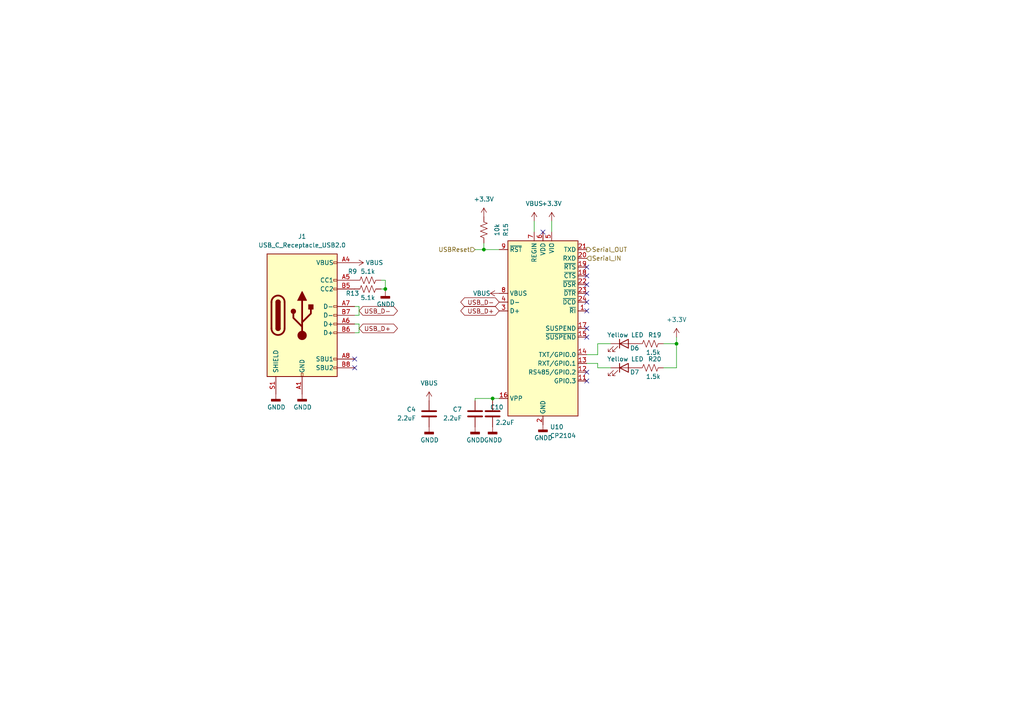
<source format=kicad_sch>
(kicad_sch (version 20211123) (generator eeschema)
  (paper "A4")
  (lib_symbols
    (symbol "Connector:USB_C_Receptacle_USB2.0" (pin_names (offset 1.016))
      (property "Reference" "J" (at -10.16 19.05 0))
      (property "Value" "USB_C_Receptacle_USB2.0" (at 19.05 19.05 0))
      (symbol "USB_C_Receptacle_USB2.0_0_0"
        (rectangle (start -0.254 -17.78) (end 0.254 -16.764))
        (rectangle (start 10.16 -14.986) (end 9.144 -15.494))
        (rectangle (start 10.16 -12.446) (end 9.144 -12.954))
        (rectangle (start 10.16 -4.826) (end 9.144 -5.334))
        (rectangle (start 10.16 -2.286) (end 9.144 -2.794))
        (rectangle (start 10.16 0.254) (end 9.144 -0.254))
        (rectangle (start 10.16 2.794) (end 9.144 2.286))
        (rectangle (start 10.16 7.874) (end 9.144 7.366))
        (rectangle (start 10.16 10.414) (end 9.144 9.906))
        (rectangle (start 10.16 15.494) (end 9.144 14.986))
      )
      (symbol "USB_C_Receptacle_USB2.0_0_1"
        (rectangle (start -10.16 17.78) (end 10.16 -17.78) (stroke (width 0.254)) (fill (type background)))
        (arc (start -8.89 -3.81) (mid -6.985 -5.715) (end -5.08 -3.81) (stroke (width 0.508)))
        (arc (start -7.62 -3.81) (mid -6.985 -4.445) (end -6.35 -3.81) (stroke (width 0.254)))
        (arc (start -7.62 -3.81) (mid -6.985 -4.445) (end -6.35 -3.81) (stroke (width 0.254)) (fill (type outline)))
        (rectangle (start -7.62 -3.81) (end -6.35 3.81) (stroke (width 0.254)) (fill (type outline)))
        (arc (start -6.35 3.81) (mid -6.985 4.445) (end -7.62 3.81) (stroke (width 0.254)))
        (arc (start -6.35 3.81) (mid -6.985 4.445) (end -7.62 3.81) (stroke (width 0.254)) (fill (type outline)))
        (arc (start -5.08 3.81) (mid -6.985 5.715) (end -8.89 3.81) (stroke (width 0.508)))
        (circle (center -2.54 1.143) (radius 0.635) (stroke (width 0.254)) (fill (type outline)))
        (circle (center 0 -5.842) (radius 1.27) (fill (type outline)))
        (polyline (pts (xy -8.89 -3.81) (xy -8.89 3.81)) (stroke (width 0.508)))
        (polyline (pts (xy -5.08 3.81) (xy -5.08 -3.81)) (stroke (width 0.508)))
        (polyline (pts (xy 0 -5.842) (xy 0 4.318)) (stroke (width 0.508)))
        (polyline (pts (xy 0 -3.302) (xy -2.54 -0.762) (xy -2.54 0.508)) (stroke (width 0.508)))
        (polyline (pts (xy 0 -2.032) (xy 2.54 0.508) (xy 2.54 1.778)) (stroke (width 0.508)))
        (polyline (pts (xy -1.27 4.318) (xy 0 6.858) (xy 1.27 4.318) (xy -1.27 4.318)) (stroke (width 0.254)) (fill (type outline)))
        (rectangle (start 1.905 1.778) (end 3.175 3.048) (stroke (width 0.254)) (fill (type outline)))
      )
      (symbol "USB_C_Receptacle_USB2.0_1_1"
        (pin passive line (at 0 -22.86 90) (length 5.08) (name "GND") (number "A1"))
        (pin passive line (at 0 -22.86 90) (length 5.08) hide (name "GND") (number "A12"))
        (pin passive line (at 15.24 15.24 180) (length 5.08) (name "VBUS") (number "A4"))
        (pin bidirectional line (at 15.24 10.16 180) (length 5.08) (name "CC1") (number "A5"))
        (pin bidirectional line (at 15.24 -2.54 180) (length 5.08) (name "D+") (number "A6"))
        (pin bidirectional line (at 15.24 2.54 180) (length 5.08) (name "D-") (number "A7"))
        (pin bidirectional line (at 15.24 -12.7 180) (length 5.08) (name "SBU1") (number "A8"))
        (pin passive line (at 15.24 15.24 180) (length 5.08) hide (name "VBUS") (number "A9"))
        (pin passive line (at 0 -22.86 90) (length 5.08) hide (name "GND") (number "B1"))
        (pin passive line (at 0 -22.86 90) (length 5.08) hide (name "GND") (number "B12"))
        (pin passive line (at 15.24 15.24 180) (length 5.08) hide (name "VBUS") (number "B4"))
        (pin bidirectional line (at 15.24 7.62 180) (length 5.08) (name "CC2") (number "B5"))
        (pin bidirectional line (at 15.24 -5.08 180) (length 5.08) (name "D+") (number "B6"))
        (pin bidirectional line (at 15.24 0 180) (length 5.08) (name "D-") (number "B7"))
        (pin bidirectional line (at 15.24 -15.24 180) (length 5.08) (name "SBU2") (number "B8"))
        (pin passive line (at 15.24 15.24 180) (length 5.08) hide (name "VBUS") (number "B9"))
        (pin passive line (at -7.62 -22.86 90) (length 5.08) (name "SHIELD") (number "S1"))
      )
    )
    (symbol "Device:C" (pin_numbers hide) (pin_names (offset 0.254))
      (property "Reference" "C" (at 0.635 2.54 0))
      (property "Value" "C" (at 0.635 -2.54 0))
      (symbol "C_0_1"
        (polyline (pts (xy -2.032 -0.762) (xy 2.032 -0.762)) (stroke (width 0.508)))
        (polyline (pts (xy -2.032 0.762) (xy 2.032 0.762)) (stroke (width 0.508)))
      )
      (symbol "C_1_1"
        (pin passive line (at 0 3.81 270) (length 2.794) (name "~") (number "1"))
        (pin passive line (at 0 -3.81 90) (length 2.794) (name "~") (number "2"))
      )
    )
    (symbol "Device:LED" (pin_numbers hide) (pin_names (offset 1.016) hide)
      (property "Reference" "D" (at 0 2.54 0))
      (property "Value" "LED" (at 0 -2.54 0))
      (symbol "LED_0_1"
        (polyline (pts (xy -1.27 -1.27) (xy -1.27 1.27)) (stroke (width 0.254)))
        (polyline (pts (xy -1.27 0) (xy 1.27 0)))
        (polyline (pts (xy 1.27 -1.27) (xy 1.27 1.27) (xy -1.27 0) (xy 1.27 -1.27)) (stroke (width 0.254)))
        (polyline (pts (xy -3.048 -0.762) (xy -4.572 -2.286) (xy -3.81 -2.286) (xy -4.572 -2.286) (xy -4.572 -1.524)))
        (polyline (pts (xy -1.778 -0.762) (xy -3.302 -2.286) (xy -2.54 -2.286) (xy -3.302 -2.286) (xy -3.302 -1.524)))
      )
      (symbol "LED_1_1"
        (pin passive line (at -3.81 0 0) (length 2.54) (name "K") (number "1"))
        (pin passive line (at 3.81 0 180) (length 2.54) (name "A") (number "2"))
      )
    )
    (symbol "Device:R_US" (pin_numbers hide) (pin_names (offset 0))
      (property "Reference" "R" (at 2.54 0 90))
      (property "Value" "R_US" (at -2.54 0 90))
      (symbol "R_US_0_1"
        (polyline (pts (xy 0 -2.286) (xy 0 -2.54)))
        (polyline (pts (xy 0 2.286) (xy 0 2.54)))
        (polyline (pts (xy 0 -0.762) (xy 1.016 -1.143) (xy 0 -1.524) (xy -1.016 -1.905) (xy 0 -2.286)))
        (polyline (pts (xy 0 0.762) (xy 1.016 0.381) (xy 0 0) (xy -1.016 -0.381) (xy 0 -0.762)))
        (polyline (pts (xy 0 2.286) (xy 1.016 1.905) (xy 0 1.524) (xy -1.016 1.143) (xy 0 0.762)))
      )
      (symbol "R_US_1_1"
        (pin passive line (at 0 3.81 270) (length 1.27) (name "~") (number "1"))
        (pin passive line (at 0 -3.81 90) (length 1.27) (name "~") (number "2"))
      )
    )
    (symbol "Interface_USB:CP2104"
      (property "Reference" "U" (at -5.08 28.575 0))
      (property "Value" "CP2104" (at -5.08 26.67 0))
      (symbol "CP2104_1_1"
        (rectangle (start -10.16 25.4) (end 10.16 -25.4) (stroke (width 0.254)) (fill (type background)))
        (pin input line (at 12.7 5.08 180) (length 2.54) (name "~{RI}") (number "1"))
        (pin no_connect line (at 10.16 -20.32 180) (length 2.54) hide (name "NC") (number "10"))
        (pin bidirectional line (at 12.7 -15.24 180) (length 2.54) (name "GPIO.3") (number "11"))
        (pin bidirectional line (at 12.7 -12.7 180) (length 2.54) (name "RS485/GPIO.2") (number "12"))
        (pin bidirectional line (at 12.7 -10.16 180) (length 2.54) (name "RXT/GPIO.1") (number "13"))
        (pin bidirectional line (at 12.7 -7.62 180) (length 2.54) (name "TXT/GPIO.0") (number "14"))
        (pin output line (at 12.7 -2.54 180) (length 2.54) (name "~{SUSPEND}") (number "15"))
        (pin passive line (at -12.7 -20.32 0) (length 2.54) (name "VPP") (number "16"))
        (pin output line (at 12.7 0 180) (length 2.54) (name "SUSPEND") (number "17"))
        (pin input line (at 12.7 15.24 180) (length 2.54) (name "~{CTS}") (number "18"))
        (pin output line (at 12.7 17.78 180) (length 2.54) (name "~{RTS}") (number "19"))
        (pin power_in line (at 0 -27.94 90) (length 2.54) (name "GND") (number "2"))
        (pin input line (at 12.7 20.32 180) (length 2.54) (name "RXD") (number "20"))
        (pin output line (at 12.7 22.86 180) (length 2.54) (name "TXD") (number "21"))
        (pin input line (at 12.7 12.7 180) (length 2.54) (name "~{DSR}") (number "22"))
        (pin output line (at 12.7 10.16 180) (length 2.54) (name "~{DTR}") (number "23"))
        (pin input line (at 12.7 7.62 180) (length 2.54) (name "~{DCD}") (number "24"))
        (pin passive line (at 0 -27.94 90) (length 2.54) hide (name "GND") (number "25"))
        (pin bidirectional line (at -12.7 5.08 0) (length 2.54) (name "D+") (number "3"))
        (pin bidirectional line (at -12.7 7.62 0) (length 2.54) (name "D-") (number "4"))
        (pin power_in line (at 2.54 27.94 270) (length 2.54) (name "VIO") (number "5"))
        (pin power_in line (at 0 27.94 270) (length 2.54) (name "VDD") (number "6"))
        (pin power_in line (at -2.54 27.94 270) (length 2.54) (name "REGIN") (number "7"))
        (pin input line (at -12.7 10.16 0) (length 2.54) (name "VBUS") (number "8"))
        (pin bidirectional line (at -12.7 22.86 0) (length 2.54) (name "~{RST}") (number "9"))
      )
    )
    (symbol "power:+3.3V" (power) (pin_names (offset 0))
      (property "Value" "+3.3V" (at 0 3.556 0))
      (symbol "+3.3V_0_1"
        (polyline (pts (xy -0.762 1.27) (xy 0 2.54)))
        (polyline (pts (xy 0 0) (xy 0 2.54)))
        (polyline (pts (xy 0 2.54) (xy 0.762 1.27)))
      )
      (symbol "+3.3V_1_1"
        (pin power_in line (at 0 0 90) (length 0) hide (name "+3.3V") (number "1"))
      )
    )
    (symbol "power:GNDD" (power) (pin_names (offset 0))
      (property "Value" "GNDD" (at 0 -3.175 0))
      (symbol "GNDD_0_1"
        (rectangle (start -1.27 -1.524) (end 1.27 -2.032) (stroke (width 0.254)) (fill (type outline)))
        (polyline (pts (xy 0 0) (xy 0 -1.524)))
      )
      (symbol "GNDD_1_1"
        (pin power_in line (at 0 0 270) (length 0) hide (name "GNDD") (number "1"))
      )
    )
    (symbol "power:VBUS" (power) (pin_names (offset 0))
      (property "Value" "VBUS" (at 0 3.81 0))
      (symbol "VBUS_0_1"
        (polyline (pts (xy -0.762 1.27) (xy 0 2.54)))
        (polyline (pts (xy 0 0) (xy 0 2.54)))
        (polyline (pts (xy 0 2.54) (xy 0.762 1.27)))
      )
      (symbol "VBUS_1_1"
        (pin power_in line (at 0 0 90) (length 0) hide (name "VBUS") (number "1"))
      )
    )
  )
  (junction (at 111.76 83.82))
  (junction (at 140.335 72.39))
  (junction (at 196.215 99.695))
  (junction (at 142.875 115.57))
  (no_connect (at 157.48 67.31))
  (no_connect (at 102.87 106.68))
  (no_connect (at 102.87 104.14))
  (no_connect (at 170.18 107.95))
  (no_connect (at 170.18 90.17))
  (no_connect (at 170.18 82.55))
  (no_connect (at 170.18 80.01))
  (no_connect (at 170.18 87.63))
  (no_connect (at 170.18 85.09))
  (no_connect (at 170.18 110.49))
  (no_connect (at 170.18 97.79))
  (no_connect (at 170.18 77.47))
  (no_connect (at 170.18 95.25))
  (wire (pts (xy 160.02 64.135) (xy 160.02 67.31)))
  (wire (pts (xy 142.875 115.57) (xy 144.78 115.57)))
  (wire (pts (xy 104.14 93.98) (xy 104.14 96.52)))
  (wire (pts (xy 111.76 81.28) (xy 111.76 83.82)))
  (wire (pts (xy 111.76 83.82) (xy 111.76 84.455)))
  (wire (pts (xy 102.87 88.9) (xy 104.14 88.9)))
  (wire (pts (xy 196.215 99.695) (xy 196.215 106.68)))
  (wire (pts (xy 104.14 91.44) (xy 102.87 91.44)))
  (wire (pts (xy 170.18 105.41) (xy 173.355 105.41)))
  (wire (pts (xy 142.875 115.57) (xy 142.875 116.205)))
  (wire (pts (xy 102.87 96.52) (xy 104.14 96.52)))
  (wire (pts (xy 104.14 88.9) (xy 104.14 91.44)))
  (wire (pts (xy 137.795 72.39) (xy 140.335 72.39)))
  (wire (pts (xy 140.335 70.485) (xy 140.335 72.39)))
  (wire (pts (xy 173.355 106.68) (xy 177.165 106.68)))
  (wire (pts (xy 140.335 72.39) (xy 144.78 72.39)))
  (wire (pts (xy 110.49 83.82) (xy 111.76 83.82)))
  (wire (pts (xy 196.215 97.79) (xy 196.215 99.695)))
  (wire (pts (xy 173.355 99.695) (xy 177.165 99.695)))
  (wire (pts (xy 196.215 99.695) (xy 192.405 99.695)))
  (wire (pts (xy 154.94 64.135) (xy 154.94 67.31)))
  (wire (pts (xy 196.215 106.68) (xy 192.405 106.68)))
  (wire (pts (xy 173.355 105.41) (xy 173.355 106.68)))
  (wire (pts (xy 173.355 102.87) (xy 173.355 99.695)))
  (wire (pts (xy 110.49 81.28) (xy 111.76 81.28)))
  (wire (pts (xy 137.795 115.57) (xy 142.875 115.57)))
  (wire (pts (xy 137.795 116.205) (xy 137.795 115.57)))
  (wire (pts (xy 170.18 102.87) (xy 173.355 102.87)))
  (wire (pts (xy 102.87 93.98) (xy 104.14 93.98)))
  (global_label "USB_D+" (shape bidirectional) (at 144.78 90.17 180) (property "Intersheet References" "${INTERSHEET_REFS}" (effects hide)))
  (global_label "USB_D+" (shape bidirectional) (at 104.14 95.25 0) (property "Intersheet References" "${INTERSHEET_REFS}" (effects hide)))
  (global_label "USB_D-" (shape bidirectional) (at 144.78 87.63 180) (property "Intersheet References" "${INTERSHEET_REFS}" (effects hide)))
  (global_label "USB_D-" (shape bidirectional) (at 104.14 90.17 0) (property "Intersheet References" "${INTERSHEET_REFS}" (effects hide)))
  (hierarchical_label "USBReset" (shape input) (at 137.795 72.39 180))
  (hierarchical_label "Serial_IN" (shape input) (at 170.18 74.93 0))
  (hierarchical_label "Serial_OUT" (shape output) (at 170.18 72.39 0))
  (symbol (lib_id "power:GNDD") (at 124.46 123.825 0) (unit 1)
    (property "Reference" "#PWR046" (effects hide))
    (property "Value" "GNDD" (at 121.92 127.635 0) (effects (justify left)))
  )
  (symbol (lib_id "power:VBUS") (at 102.87 76.2 270) (unit 1)
    (property "Reference" "#PWR043" (effects hide))
    (property "Value" "VBUS" (at 106.045 76.1999 90) (effects (justify left)))
  )
  (symbol (lib_id "power:VBUS") (at 124.46 116.205 0) (unit 1)
    (property "Reference" "#PWR045" (effects hide))
    (property "Value" "VBUS" (at 121.92 111.125 0) (effects (justify left)))
  )
  (symbol (lib_id "power:GNDD") (at 80.01 114.3 0) (unit 1)
    (property "Reference" "#PWR040" (effects hide))
    (property "Value" "GNDD" (at 77.47 118.11 0) (effects (justify left)))
  )
  (symbol (lib_id "Device:C") (at 137.795 120.015 0) (mirror x) (unit 1)
    (property "Reference" "C7" (at 133.985 118.7449 0) (effects (justify right)))
    (property "Value" "2.2uF" (at 133.985 121.2849 0) (effects (justify right)))
    (property "Footprint" "Capacitor_SMD:C_0805_2012Metric" (effects hide))
    (property "JLCPCB" "C49217" (effects hide))
  )
  (symbol (lib_id "power:GNDD") (at 142.875 123.825 0) (unit 1)
    (property "Reference" "#PWR049" (effects hide))
    (property "Value" "GNDD" (at 140.335 127.635 0) (effects (justify left)))
  )
  (symbol (lib_id "Device:R_US") (at 140.335 66.675 180) (unit 1)
    (property "Reference" "R15" (at 146.685 66.675 90))
    (property "Value" "10k" (at 144.145 66.675 90))
    (property "Footprint" "Resistor_SMD:R_0402_1005Metric" (effects hide))
    (property "JLCPCB" "C25744" (effects hide))
  )
  (symbol (lib_id "power:+3.3V") (at 196.215 97.79 0) (unit 1)
    (property "Reference" "#PWR054" (effects hide))
    (property "Value" "+3.3V" (at 196.215 92.71 0))
  )
  (symbol (lib_id "power:GNDD") (at 137.795 123.825 0) (unit 1)
    (property "Reference" "#PWR047" (effects hide))
    (property "Value" "GNDD" (at 135.255 127.635 0) (effects (justify left)))
  )
  (symbol (lib_id "power:VBUS") (at 154.94 64.135 0) (unit 1)
    (property "Reference" "#PWR051" (effects hide))
    (property "Value" "VBUS" (at 152.4 59.055 0) (effects (justify left)))
  )
  (symbol (lib_id "Connector:USB_C_Receptacle_USB2.0") (at 87.63 91.44 0) (unit 1)
    (property "Reference" "J1" (at 87.63 68.58 0))
    (property "Value" "USB_C_Receptacle_USB2.0" (at 87.63 71.12 0))
    (property "Footprint" "Connector_USB:USB_C_Receptacle_GCT_USB4085" (effects hide))
    (property "Datasheet" "https://www.usb.org/sites/default/files/documents/usb_type-c.zip" (effects hide))
  )
  (symbol (lib_id "Device:LED") (at 180.975 99.695 0) (unit 1)
    (property "Reference" "D6" (at 185.42 100.965 0) (effects (justify right)))
    (property "Value" "Yellow LED" (at 186.69 97.155 0) (effects (justify right)))
    (property "Footprint" "Diode_SMD:D_0603_1608Metric" (effects hide))
    (property "JLCPCB" "C72038" (effects hide))
  )
  (symbol (lib_id "Interface_USB:CP2104") (at 157.48 95.25 0) (unit 1)
    (property "Reference" "U10" (at 159.4994 123.825 0) (effects (justify left)))
    (property "Value" "CP2104" (at 159.4994 126.365 0) (effects (justify left)))
    (property "Footprint" "Package_DFN_QFN:QFN-24-1EP_4x4mm_P0.5mm_EP2.6x2.6mm" (effects hide))
    (property "Datasheet" "https://www.silabs.com/documents/public/data-sheets/cp2104.pdf" (effects hide))
  )
  (symbol (lib_id "Device:R_US") (at 106.68 81.28 270) (unit 1)
    (property "Reference" "R9" (at 102.235 78.74 90))
    (property "Value" "5.1k" (at 106.68 78.74 90))
    (property "Footprint" "Resistor_SMD:R_0402_1005Metric" (effects hide))
  )
  (symbol (lib_id "Device:C") (at 142.875 120.015 0) (mirror x) (unit 1)
    (property "Reference" "C10" (at 146.05 118.11 0) (effects (justify right)))
    (property "Value" "2.2uF" (at 149.225 122.555 0) (effects (justify right)))
    (property "Footprint" "Capacitor_SMD:C_0805_2012Metric" (effects hide))
    (property "JLCPCB" "C49217" (effects hide))
  )
  (symbol (lib_id "Device:LED") (at 180.975 106.68 0) (unit 1)
    (property "Reference" "D7" (at 185.42 107.95 0) (effects (justify right)))
    (property "Value" "Yellow LED" (at 186.69 104.14 0) (effects (justify right)))
    (property "Footprint" "Diode_SMD:D_0603_1608Metric" (effects hide))
    (property "JLCPCB" "C72038" (effects hide))
  )
  (symbol (lib_id "power:+3.3V") (at 160.02 64.135 0) (unit 1)
    (property "Reference" "#PWR053" (effects hide))
    (property "Value" "+3.3V" (at 160.02 59.055 0))
  )
  (symbol (lib_id "power:+3.3V") (at 140.335 62.865 0) (unit 1)
    (property "Reference" "#PWR048" (effects hide))
    (property "Value" "+3.3V" (at 140.335 57.785 0))
  )
  (symbol (lib_id "power:VBUS") (at 144.78 85.09 90) (unit 1)
    (property "Reference" "#PWR050" (effects hide))
    (property "Value" "VBUS" (at 137.16 85.09 90) (effects (justify right)))
  )
  (symbol (lib_id "power:GNDD") (at 157.48 123.19 0) (unit 1)
    (property "Reference" "#PWR052" (effects hide))
    (property "Value" "GNDD" (at 154.94 127 0) (effects (justify left)))
  )
  (symbol (lib_id "power:GNDD") (at 111.76 84.455 0) (unit 1)
    (property "Reference" "#PWR044" (effects hide))
    (property "Value" "GNDD" (at 109.22 88.265 0) (effects (justify left)))
  )
  (symbol (lib_id "Device:C") (at 124.46 120.015 0) (mirror x) (unit 1)
    (property "Reference" "C4" (at 120.65 118.7449 0) (effects (justify right)))
    (property "Value" "2.2uF" (at 120.65 121.2849 0) (effects (justify right)))
    (property "Footprint" "Capacitor_SMD:C_0805_2012Metric" (effects hide))
    (property "JLCPCB" "C49217" (effects hide))
  )
  (symbol (lib_id "Device:R_US") (at 188.595 106.68 270) (unit 1)
    (property "Reference" "R20" (at 187.96 104.14 90) (effects (justify left)))
    (property "Value" "1.5k" (at 187.3251 109.22 90) (effects (justify left)))
    (property "Footprint" "Resistor_SMD:R_0402_1005Metric" (effects hide))
    (property "JLCPCB" "C25867" (effects hide))
  )
  (symbol (lib_id "Device:R_US") (at 188.595 99.695 270) (unit 1)
    (property "Reference" "R19" (at 187.96 97.155 90) (effects (justify left)))
    (property "Value" "1.5k" (at 187.3251 102.235 90) (effects (justify left)))
    (property "Footprint" "Resistor_SMD:R_0402_1005Metric" (effects hide))
    (property "JLCPCB" "C25867" (effects hide))
  )
  (symbol (lib_id "Device:R_US") (at 106.68 83.82 90) (unit 1)
    (property "Reference" "R13" (at 102.235 85.09 90))
    (property "Value" "5.1k" (at 106.68 86.36 90))
    (property "Footprint" "Resistor_SMD:R_0402_1005Metric" (effects hide))
  )
  (symbol (lib_id "power:GNDD") (at 87.63 114.3 0) (unit 1)
    (property "Reference" "#PWR042" (effects hide))
    (property "Value" "GNDD" (at 85.09 118.11 0) (effects (justify left)))
  )
)
</source>
